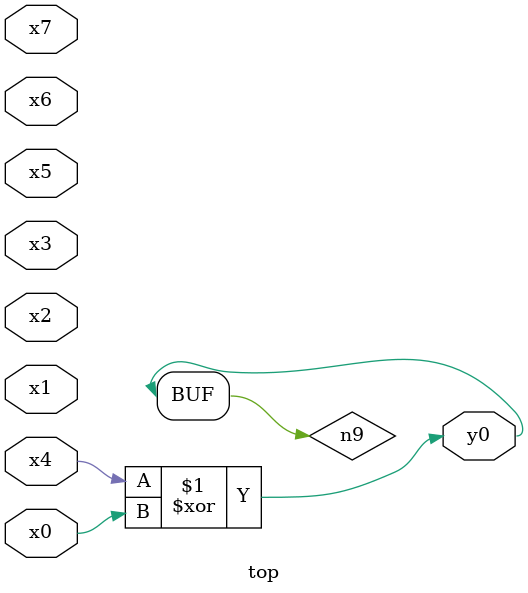
<source format=v>
module top( x0 , x1 , x2 , x3 , x4 , x5 , x6 , x7 , y0 );
  input x0 , x1 , x2 , x3 , x4 , x5 , x6 , x7 ;
  output y0 ;
  wire n9 ;
  assign n9 = x4 ^ x0 ;
  assign y0 = n9 ;
endmodule

</source>
